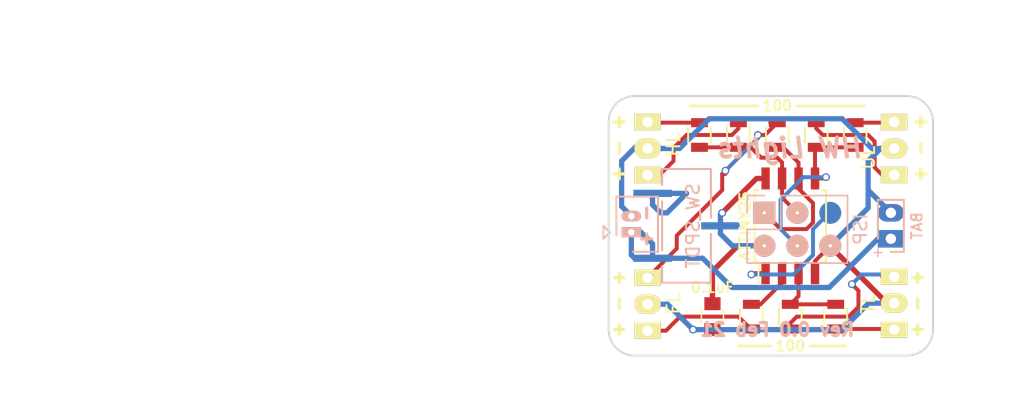
<source format=kicad_pcb>
(kicad_pcb (version 4) (host pcbnew 4.0.2+dfsg1-stable)

  (general
    (links 33)
    (no_connects 0)
    (area 143.924999 85.924999 169.075001 106.075001)
    (thickness 1.6)
    (drawings 22)
    (tracks 148)
    (zones 0)
    (modules 18)
    (nets 19)
  )

  (page A)
  (title_block
    (title "Beetje 32U4 Blok")
    (date 2018-08-10)
    (rev 0.0)
    (company www.MakersBox.us)
    (comment 1 648.ken@gmail.com)
  )

  (layers
    (0 F.Cu signal)
    (31 B.Cu signal)
    (32 B.Adhes user)
    (33 F.Adhes user)
    (34 B.Paste user)
    (35 F.Paste user)
    (36 B.SilkS user)
    (37 F.SilkS user)
    (38 B.Mask user)
    (39 F.Mask user)
    (40 Dwgs.User user)
    (41 Cmts.User user)
    (42 Eco1.User user)
    (43 Eco2.User user)
    (44 Edge.Cuts user)
    (45 Margin user)
    (46 B.CrtYd user)
    (47 F.CrtYd user)
    (48 B.Fab user)
    (49 F.Fab user hide)
  )

  (setup
    (last_trace_width 0.3048)
    (user_trace_width 0.254)
    (user_trace_width 0.3048)
    (user_trace_width 0.4064)
    (user_trace_width 0.6096)
    (trace_clearance 0.2)
    (zone_clearance 0.508)
    (zone_45_only no)
    (trace_min 0.2)
    (segment_width 0.2)
    (edge_width 0.15)
    (via_size 0.6)
    (via_drill 0.4)
    (via_min_size 0.4)
    (via_min_drill 0.3)
    (uvia_size 0.3)
    (uvia_drill 0.1)
    (uvias_allowed no)
    (uvia_min_size 0.2)
    (uvia_min_drill 0.1)
    (pcb_text_width 0.3)
    (pcb_text_size 1.5 1.5)
    (mod_edge_width 0.15)
    (mod_text_size 1 1)
    (mod_text_width 0.15)
    (pad_size 2 1.35)
    (pad_drill 0.8)
    (pad_to_mask_clearance 0)
    (aux_axis_origin 0 0)
    (visible_elements 7FFFFFFF)
    (pcbplotparams
      (layerselection 0x00030_80000001)
      (usegerberextensions false)
      (excludeedgelayer true)
      (linewidth 0.100000)
      (plotframeref false)
      (viasonmask false)
      (mode 1)
      (useauxorigin false)
      (hpglpennumber 1)
      (hpglpenspeed 20)
      (hpglpendiameter 15)
      (hpglpenoverlay 2)
      (psnegative false)
      (psa4output false)
      (plotreference true)
      (plotvalue true)
      (plotinvisibletext false)
      (padsonsilk false)
      (subtractmaskfromsilk false)
      (outputformat 1)
      (mirror false)
      (drillshape 1)
      (scaleselection 1)
      (outputdirectory ""))
  )

  (net 0 "")
  (net 1 GND)
  (net 2 "Net-(J6-Pad1)")
  (net 3 "Net-(J8-Pad1)")
  (net 4 "Net-(SW1-Pad3)")
  (net 5 VCC)
  (net 6 /RESET)
  (net 7 /D1)
  (net 8 /D2)
  (net 9 /D0)
  (net 10 /D3)
  (net 11 /D4)
  (net 12 "Net-(J2-Pad1)")
  (net 13 "Net-(J4-Pad1)")
  (net 14 "Net-(J2-Pad3)")
  (net 15 "Net-(J4-Pad3)")
  (net 16 "Net-(J6-Pad3)")
  (net 17 "Net-(J8-Pad3)")
  (net 18 "Net-(J1-Pad1)")

  (net_class Default "This is the default net class."
    (clearance 0.2)
    (trace_width 0.25)
    (via_dia 0.6)
    (via_drill 0.4)
    (uvia_dia 0.3)
    (uvia_drill 0.1)
    (add_net /D0)
    (add_net /D1)
    (add_net /D2)
    (add_net /D3)
    (add_net /D4)
    (add_net /RESET)
    (add_net GND)
    (add_net "Net-(J1-Pad1)")
    (add_net "Net-(J2-Pad1)")
    (add_net "Net-(J2-Pad3)")
    (add_net "Net-(J4-Pad1)")
    (add_net "Net-(J4-Pad3)")
    (add_net "Net-(J6-Pad1)")
    (add_net "Net-(J6-Pad3)")
    (add_net "Net-(J8-Pad1)")
    (add_net "Net-(J8-Pad3)")
    (add_net "Net-(SW1-Pad3)")
    (add_net VCC)
  )

  (module Pin_Header_Straight_2x03_Pitch2.54mm (layer B.Cu) (tedit 60347513) (tstamp 603338EE)
    (at 156 95 270)
    (descr "Through hole straight pin header, 2x03, 2.54mm pitch, double rows")
    (tags "Through hole pin header THT 2x03 2.54mm double row")
    (path /5ED19E25)
    (fp_text reference CON1 (at 1.27 2.33 270) (layer B.SilkS) hide
      (effects (font (size 1 1) (thickness 0.15)) (justify mirror))
    )
    (fp_text value ISP (at 1.27 -7.41 270) (layer B.SilkS)
      (effects (font (size 1 1) (thickness 0.15)) (justify mirror))
    )
    (fp_line (start 0 1.27) (end 3.81 1.27) (layer B.Fab) (width 0.1))
    (fp_line (start 3.81 1.27) (end 3.81 -6.35) (layer B.Fab) (width 0.1))
    (fp_line (start 3.81 -6.35) (end -1.27 -6.35) (layer B.Fab) (width 0.1))
    (fp_line (start -1.27 -6.35) (end -1.27 0) (layer B.Fab) (width 0.1))
    (fp_line (start -1.27 0) (end 0 1.27) (layer B.Fab) (width 0.1))
    (fp_line (start -1.33 -6.41) (end 3.87 -6.41) (layer B.SilkS) (width 0.12))
    (fp_line (start -1.33 -1.27) (end -1.33 -6.41) (layer B.SilkS) (width 0.12))
    (fp_line (start 3.87 1.33) (end 3.87 -6.41) (layer B.SilkS) (width 0.12))
    (fp_line (start -1.33 -1.27) (end 1.27 -1.27) (layer B.SilkS) (width 0.12))
    (fp_line (start 1.27 -1.27) (end 1.27 1.33) (layer B.SilkS) (width 0.12))
    (fp_line (start 1.27 1.33) (end 3.87 1.33) (layer B.SilkS) (width 0.12))
    (fp_line (start -1.33 0) (end -1.33 1.33) (layer B.SilkS) (width 0.12))
    (fp_line (start -1.33 1.33) (end 0 1.33) (layer B.SilkS) (width 0.12))
    (fp_line (start -1.8 1.8) (end -1.8 -6.85) (layer B.CrtYd) (width 0.05))
    (fp_line (start -1.8 -6.85) (end 4.35 -6.85) (layer B.CrtYd) (width 0.05))
    (fp_line (start 4.35 -6.85) (end 4.35 1.8) (layer B.CrtYd) (width 0.05))
    (fp_line (start 4.35 1.8) (end -1.8 1.8) (layer B.CrtYd) (width 0.05))
    (fp_text user %R (at 1.27 -2.54 540) (layer B.Fab)
      (effects (font (size 1 1) (thickness 0.15)) (justify mirror))
    )
    (pad 1 thru_hole rect (at 0 0 270) (size 1.7 1.7) (drill 0.25) (layers *.Cu *.Mask B.SilkS)
      (net 7 /D1))
    (pad 2 thru_hole oval (at 2.54 0 270) (size 1.7 1.7) (drill 0.25) (layers *.Cu *.Mask B.SilkS)
      (net 5 VCC))
    (pad 3 thru_hole oval (at 0 -2.54 270) (size 1.7 1.7) (drill 0.25) (layers *.Cu *.Mask B.SilkS)
      (net 8 /D2))
    (pad 4 thru_hole oval (at 2.54 -2.54 270) (size 1.7 1.7) (drill 0.25) (layers *.Cu *.Mask B.SilkS)
      (net 9 /D0))
    (pad 5 smd oval (at 0 -5.08 270) (size 1.7 1.7) (layers B.Cu B.Paste B.Mask)
      (net 6 /RESET))
    (pad 6 thru_hole oval (at 2.54 -5.08 270) (size 1.7 1.7) (drill 0.25) (layers *.Cu *.Mask B.SilkS)
      (net 1 GND))
  )

  (module footprints:C_0805 (layer F.Cu) (tedit 60346E55) (tstamp 603338D2)
    (at 152 103 270)
    (descr "Capacitor SMD 0805, reflow soldering, AVX (see smccp.pdf)")
    (tags "capacitor 0805")
    (path /5B77416F)
    (attr smd)
    (fp_text reference C1 (at 1.25 1.5 270) (layer F.SilkS) hide
      (effects (font (size 1 1) (thickness 0.15)))
    )
    (fp_text value 0.1uF (at -2.25 0 360) (layer F.SilkS)
      (effects (font (size 0.8 0.8) (thickness 0.15)))
    )
    (fp_text user %R (at 0 -1.5 270) (layer F.Fab)
      (effects (font (size 1 1) (thickness 0.15)))
    )
    (fp_line (start -1 0.62) (end -1 -0.62) (layer F.Fab) (width 0.1))
    (fp_line (start 1 0.62) (end -1 0.62) (layer F.Fab) (width 0.1))
    (fp_line (start 1 -0.62) (end 1 0.62) (layer F.Fab) (width 0.1))
    (fp_line (start -1 -0.62) (end 1 -0.62) (layer F.Fab) (width 0.1))
    (fp_line (start 0.5 -0.85) (end -0.5 -0.85) (layer F.SilkS) (width 0.12))
    (fp_line (start -0.5 0.85) (end 0.5 0.85) (layer F.SilkS) (width 0.12))
    (fp_line (start -1.75 -0.88) (end 1.75 -0.88) (layer F.CrtYd) (width 0.05))
    (fp_line (start -1.75 -0.88) (end -1.75 0.87) (layer F.CrtYd) (width 0.05))
    (fp_line (start 1.75 0.87) (end 1.75 -0.88) (layer F.CrtYd) (width 0.05))
    (fp_line (start 1.75 0.87) (end -1.75 0.87) (layer F.CrtYd) (width 0.05))
    (pad 1 smd rect (at -1 0 270) (size 1 1.25) (layers F.Cu F.Paste F.Mask)
      (net 5 VCC))
    (pad 2 smd rect (at 1 0 270) (size 1 1.25) (layers F.Cu F.Paste F.Mask)
      (net 1 GND))
    (model Capacitors_SMD.3dshapes/C_0805.wrl
      (at (xyz 0 0 0))
      (scale (xyz 1 1 1))
      (rotate (xyz 0 0 0))
    )
  )

  (module Housings_SOIC:SOIJ-8_5.3x5.3mm_Pitch1.27mm (layer F.Cu) (tedit 60347634) (tstamp 60333905)
    (at 158 96 90)
    (descr "8-Lead Plastic Small Outline (SM) - Medium, 5.28 mm Body [SOIC] (see Microchip Packaging Specification 00000049BS.pdf)")
    (tags "SOIC 1.27")
    (path /60332EE4)
    (attr smd)
    (fp_text reference IC1 (at 0 -3.68 90) (layer F.SilkS) hide
      (effects (font (size 1 1) (thickness 0.15)))
    )
    (fp_text value ATTINY25 (at 0 -3.5 90) (layer F.SilkS)
      (effects (font (size 0.8 0.8) (thickness 0.15)))
    )
    (fp_line (start -4.75 -2.95) (end -4.75 2.95) (layer F.CrtYd) (width 0.05))
    (fp_line (start 4.75 -2.95) (end 4.75 2.95) (layer F.CrtYd) (width 0.05))
    (fp_line (start -4.75 -2.95) (end 4.75 -2.95) (layer F.CrtYd) (width 0.05))
    (fp_line (start -4.75 2.95) (end 4.75 2.95) (layer F.CrtYd) (width 0.05))
    (fp_line (start -2.75 -2.755) (end -2.75 -2.455) (layer F.SilkS) (width 0.15))
    (fp_line (start 2.75 -2.755) (end 2.75 -2.455) (layer F.SilkS) (width 0.15))
    (fp_line (start 2.75 2.755) (end 2.75 2.455) (layer F.SilkS) (width 0.15))
    (fp_line (start -2.75 2.755) (end -2.75 2.455) (layer F.SilkS) (width 0.15))
    (fp_line (start -2.75 -2.755) (end 2.75 -2.755) (layer F.SilkS) (width 0.15))
    (fp_line (start -2.75 2.755) (end 2.75 2.755) (layer F.SilkS) (width 0.15))
    (fp_line (start -2.75 -2.455) (end -4.5 -2.455) (layer F.SilkS) (width 0.15))
    (pad 1 smd rect (at -3.65 -1.905 90) (size 1.7 0.65) (layers F.Cu F.Paste F.Mask)
      (net 6 /RESET))
    (pad 2 smd rect (at -3.65 -0.635 90) (size 1.7 0.65) (layers F.Cu F.Paste F.Mask)
      (net 10 /D3))
    (pad 3 smd rect (at -3.65 0.635 90) (size 1.7 0.65) (layers F.Cu F.Paste F.Mask)
      (net 11 /D4))
    (pad 4 smd rect (at -3.65 1.905 90) (size 1.7 0.65) (layers F.Cu F.Paste F.Mask)
      (net 1 GND))
    (pad 5 smd rect (at 3.65 1.905 90) (size 1.7 0.65) (layers F.Cu F.Paste F.Mask)
      (net 9 /D0))
    (pad 6 smd rect (at 3.65 0.635 90) (size 1.7 0.65) (layers F.Cu F.Paste F.Mask)
      (net 7 /D1))
    (pad 7 smd rect (at 3.65 -0.635 90) (size 1.7 0.65) (layers F.Cu F.Paste F.Mask)
      (net 8 /D2))
    (pad 8 smd rect (at 3.65 -1.905 90) (size 1.7 0.65) (layers F.Cu F.Paste F.Mask)
      (net 5 VCC))
    (model Housings_SOIC.3dshapes/SOIJ-8_5.3x5.3mm_Pitch1.27mm.wrl
      (at (xyz 0 0 0))
      (scale (xyz 1 1 1))
      (rotate (xyz 0 0 0))
    )
  )

  (module Connectors_Molex:Connector_Molex_PicoBlade_53047-0210 (layer B.Cu) (tedit 60347597) (tstamp 6033516F)
    (at 145.75 96.5 90)
    (descr "Molex PicoBlade 1.25mm shrouded header. Vertical. 2 ways")
    (path /5B7F07B5)
    (fp_text reference J1 (at 1 -3.25 90) (layer B.SilkS) hide
      (effects (font (size 1 1) (thickness 0.15)) (justify mirror))
    )
    (fp_text value CHG (at 0.625 3.25 90) (layer B.Fab)
      (effects (font (size 1 1) (thickness 0.15)) (justify mirror))
    )
    (fp_line (start -1.5 0.12) (end -1.5 2.05) (layer B.SilkS) (width 0.15))
    (fp_line (start -1.5 2.05) (end 2.75 2.05) (layer B.SilkS) (width 0.15))
    (fp_line (start 2.75 2.05) (end 2.75 -1.15) (layer B.SilkS) (width 0.15))
    (fp_line (start 2.75 -1.15) (end -0.23 -1.15) (layer B.SilkS) (width 0.15))
    (fp_line (start 0 -1.65) (end 0.5 -2.15) (layer B.SilkS) (width 0.15))
    (fp_line (start 0.5 -2.15) (end -0.5 -2.15) (layer B.SilkS) (width 0.15))
    (fp_line (start -0.5 -2.15) (end 0 -1.65) (layer B.SilkS) (width 0.15))
    (fp_line (start -0.23 -1.15) (end -1.5 0.12) (layer B.Fab) (width 0.2))
    (fp_line (start -1.5 0.12) (end -1.5 2.05) (layer B.Fab) (width 0.2))
    (fp_line (start -1.5 2.05) (end 2.75 2.05) (layer B.Fab) (width 0.2))
    (fp_line (start 2.75 2.05) (end 2.75 -1.15) (layer B.Fab) (width 0.2))
    (fp_line (start 2.75 -1.15) (end -0.23 -1.15) (layer B.Fab) (width 0.2))
    (pad 1 thru_hole rect (at 0 0 90) (size 0.8 1.5) (drill 0.5) (layers *.Cu *.Mask B.SilkS)
      (net 18 "Net-(J1-Pad1)"))
    (pad 2 thru_hole oval (at 1.25 0 90) (size 0.8 1.5) (drill 0.5) (layers *.Cu *.Mask B.SilkS)
      (net 1 GND))
    (model Connectors_Molex.3dshapes/Connector_Molex_PicoBlade_53047-0210.wrl
      (at (xyz 0.024606 0 0))
      (scale (xyz 1 1 1))
      (rotate (xyz 0 0 180))
    )
  )

  (module footprints:JS102011SCQN (layer B.Cu) (tedit 603477C9) (tstamp 60333A88)
    (at 150 96)
    (path /5B9534D5)
    (fp_text reference SW1 (at 0 0) (layer B.SilkS) hide
      (effects (font (size 1 1) (thickness 0.15)) (justify mirror))
    )
    (fp_text value SW_SPDT (at 0.5 0 90) (layer B.SilkS)
      (effects (font (size 1 1) (thickness 0.15)) (justify mirror))
    )
    (fp_text user "Copyright 2016 Accelerated Designs. All rights reserved." (at 0 0) (layer Cmts.User)
      (effects (font (size 0.127 0.127) (thickness 0.002)))
    )
    (fp_text user * (at -2.8702 4.2018) (layer B.SilkS)
      (effects (font (size 1 1) (thickness 0.15)) (justify mirror))
    )
    (fp_text user * (at -1.3716 2.6778) (layer B.Fab)
      (effects (font (size 1 1) (thickness 0.15)) (justify mirror))
    )
    (fp_text user 0.098in/2.5mm (at -21 4) (layer Dwgs.User)
      (effects (font (size 1 1) (thickness 0.15)))
    )
    (fp_text user 0.022in/0.559mm (at -19 -6) (layer Dwgs.User)
      (effects (font (size 1 1) (thickness 0.15)))
    )
    (fp_text user 0.206in/5.232mm (at -19 7) (layer Dwgs.User)
      (effects (font (size 1 1) (thickness 0.15)))
    )
    (fp_text user 0.117in/2.972mm (at -21 -1) (layer Dwgs.User)
      (effects (font (size 1 1) (thickness 0.15)))
    )
    (fp_text user * (at -1.3716 2.6778) (layer B.Fab)
      (effects (font (size 1 1) (thickness 0.15)) (justify mirror))
    )
    (fp_text user * (at -2.8702 4.2018) (layer B.SilkS)
      (effects (font (size 1 1) (thickness 0.15)) (justify mirror))
    )
    (fp_line (start -1.7526 2.246) (end -1.7526 2.754) (layer B.Fab) (width 0.1524))
    (fp_line (start -1.7526 2.754) (end -3.7465 2.754) (layer B.Fab) (width 0.1524))
    (fp_line (start -3.7465 2.754) (end -3.7465 2.246) (layer B.Fab) (width 0.1524))
    (fp_line (start -3.7465 2.246) (end -1.7526 2.246) (layer B.Fab) (width 0.1524))
    (fp_line (start -1.7526 -2.754) (end -1.7526 -2.246) (layer B.Fab) (width 0.1524))
    (fp_line (start -1.7526 -2.246) (end -3.7465 -2.246) (layer B.Fab) (width 0.1524))
    (fp_line (start -3.7465 -2.246) (end -3.7465 -2.754) (layer B.Fab) (width 0.1524))
    (fp_line (start -3.7465 -2.754) (end -1.7526 -2.754) (layer B.Fab) (width 0.1524))
    (fp_line (start 1.7526 0.254) (end 1.7526 -0.254) (layer B.Fab) (width 0.1524))
    (fp_line (start 1.7526 -0.254) (end 3.7465 -0.254) (layer B.Fab) (width 0.1524))
    (fp_line (start 3.7465 -0.254) (end 3.7465 0.254) (layer B.Fab) (width 0.1524))
    (fp_line (start 3.7465 0.254) (end 1.7526 0.254) (layer B.Fab) (width 0.1524))
    (fp_line (start -0.8001 -0.8001) (end -0.8001 0.8001) (layer B.Fab) (width 0.1524))
    (fp_line (start -0.8001 0.8001) (end 0.8001 0.8001) (layer B.Fab) (width 0.1524))
    (fp_line (start 0.8001 0.8001) (end 0.8001 -0.8001) (layer B.Fab) (width 0.1524))
    (fp_line (start 0.8001 -0.8001) (end -0.8001 -0.8001) (layer B.Fab) (width 0.1524))
    (fp_line (start -1.8796 -4.3815) (end 1.8796 -4.3815) (layer B.SilkS) (width 0.1524))
    (fp_line (start 1.8796 -4.3815) (end 1.8796 -0.61214) (layer B.SilkS) (width 0.1524))
    (fp_line (start 1.8796 4.3815) (end -1.8796 4.3815) (layer B.SilkS) (width 0.1524))
    (fp_line (start -1.8796 4.3815) (end -1.8796 3.11214) (layer B.SilkS) (width 0.1524))
    (fp_line (start -1.7526 -4.2545) (end 1.7526 -4.2545) (layer B.Fab) (width 0.1524))
    (fp_line (start 1.7526 -4.2545) (end 1.7526 4.2545) (layer B.Fab) (width 0.1524))
    (fp_line (start 1.7526 4.2545) (end -1.7526 4.2545) (layer B.Fab) (width 0.1524))
    (fp_line (start -1.7526 4.2545) (end -1.7526 -4.2545) (layer B.Fab) (width 0.1524))
    (fp_line (start -1.8796 1.88786) (end -1.8796 -1.88786) (layer B.SilkS) (width 0.1524))
    (fp_line (start -1.8796 -3.11214) (end -1.8796 -4.3815) (layer B.SilkS) (width 0.1524))
    (fp_line (start 1.8796 0.61214) (end 1.8796 4.3815) (layer B.SilkS) (width 0.1524))
    (fp_line (start -2.0066 -4.5085) (end -2.0066 -3.008) (layer B.CrtYd) (width 0.1524))
    (fp_line (start -2.0066 -3.008) (end -4.2545 -3.008) (layer B.CrtYd) (width 0.1524))
    (fp_line (start -4.2545 -3.008) (end -4.2545 3.008) (layer B.CrtYd) (width 0.1524))
    (fp_line (start -4.2545 3.008) (end -2.0066 3.008) (layer B.CrtYd) (width 0.1524))
    (fp_line (start -2.0066 3.008) (end -2.0066 4.5085) (layer B.CrtYd) (width 0.1524))
    (fp_line (start -2.0066 4.5085) (end 2.0066 4.5085) (layer B.CrtYd) (width 0.1524))
    (fp_line (start 2.0066 4.5085) (end 2.0066 3.008) (layer B.CrtYd) (width 0.1524))
    (fp_line (start 2.0066 3.008) (end 4.2545 3.008) (layer B.CrtYd) (width 0.1524))
    (fp_line (start 4.2545 3.008) (end 4.2545 -3.008) (layer B.CrtYd) (width 0.1524))
    (fp_line (start 4.2545 -3.008) (end 2.0066 -3.008) (layer B.CrtYd) (width 0.1524))
    (fp_line (start 2.0066 -3.008) (end 2.0066 -4.5085) (layer B.CrtYd) (width 0.1524))
    (fp_line (start 2.0066 -4.5085) (end -2.0066 -4.5085) (layer B.CrtYd) (width 0.1524))
    (fp_arc (start 0 4.2545) (end 0.3048 4.2545) (angle -180) (layer B.Fab) (width 0.1524))
    (pad 1 smd rect (at -2.6162 2.5) (size 2.9718 0.5588) (layers B.Cu B.Paste B.Mask)
      (net 18 "Net-(J1-Pad1)"))
    (pad 3 smd rect (at -2.6162 -2.5) (size 2.9718 0.5588) (layers B.Cu B.Paste B.Mask)
      (net 4 "Net-(SW1-Pad3)"))
    (pad 2 smd rect (at 2.6162 0) (size 2.9718 0.5588) (layers B.Cu B.Paste B.Mask)
      (net 5 VCC))
  )

  (module footprints:Pin_Header_THD_1x03 (layer F.Cu) (tedit 603474E7) (tstamp 6034B440)
    (at 166 104 180)
    (descr "Through hole pin header")
    (tags "pin header")
    (path /6034517D)
    (fp_text reference J4 (at 0 -1 180) (layer F.Fab)
      (effects (font (size 1 1) (thickness 0.15)))
    )
    (fp_text value TL (at 2 2 270) (layer F.SilkS)
      (effects (font (size 1 1) (thickness 0.15)))
    )
    (fp_line (start -1.75 -1.75) (end -1.75 6.85) (layer F.CrtYd) (width 0.05))
    (fp_line (start 1.75 -1.75) (end 1.75 6.85) (layer F.CrtYd) (width 0.05))
    (fp_line (start -1.75 -1.75) (end 1.75 -1.75) (layer F.CrtYd) (width 0.05))
    (fp_line (start -1.75 6.85) (end 1.75 6.85) (layer F.CrtYd) (width 0.05))
    (pad 1 thru_hole rect (at 0 0 180) (size 2.032 1.25) (drill 0.8) (layers *.Cu *.Mask F.SilkS)
      (net 13 "Net-(J4-Pad1)"))
    (pad 2 thru_hole oval (at 0 2.04 180) (size 2.032 1.5) (drill 0.8) (layers *.Cu *.Mask F.SilkS)
      (net 1 GND))
    (pad 3 thru_hole rect (at 0 4.08 180) (size 2.032 1.25) (drill 0.8) (layers *.Cu *.Mask F.SilkS)
      (net 15 "Net-(J4-Pad3)"))
    (model Pin_Headers.3dshapes/Pin_Header_Straight_1x03.wrl
      (at (xyz 0 -0.1 0))
      (scale (xyz 1 1 1))
      (rotate (xyz 0 0 90))
    )
  )

  (module footprints:Pin_Header_THD_1x03 (layer F.Cu) (tedit 603474DA) (tstamp 6034B435)
    (at 147 88)
    (descr "Through hole pin header")
    (tags "pin header")
    (path /6034473D)
    (fp_text reference J2 (at 0 -1) (layer F.Fab)
      (effects (font (size 1 1) (thickness 0.15)))
    )
    (fp_text value HL (at 2 1.75 270) (layer F.SilkS)
      (effects (font (size 1 1) (thickness 0.15)))
    )
    (fp_line (start -1.75 -1.75) (end -1.75 6.85) (layer F.CrtYd) (width 0.05))
    (fp_line (start 1.75 -1.75) (end 1.75 6.85) (layer F.CrtYd) (width 0.05))
    (fp_line (start -1.75 -1.75) (end 1.75 -1.75) (layer F.CrtYd) (width 0.05))
    (fp_line (start -1.75 6.85) (end 1.75 6.85) (layer F.CrtYd) (width 0.05))
    (pad 1 thru_hole rect (at 0 0) (size 2.032 1.25) (drill 0.8) (layers *.Cu *.Mask F.SilkS)
      (net 12 "Net-(J2-Pad1)"))
    (pad 2 thru_hole oval (at 0 2.04) (size 2.032 1.5) (drill 0.8) (layers *.Cu *.Mask F.SilkS)
      (net 1 GND))
    (pad 3 thru_hole rect (at 0 4.08) (size 2.032 1.25) (drill 0.8) (layers *.Cu *.Mask F.SilkS)
      (net 14 "Net-(J2-Pad3)"))
    (model Pin_Headers.3dshapes/Pin_Header_Straight_1x03.wrl
      (at (xyz 0 -0.1 0))
      (scale (xyz 1 1 1))
      (rotate (xyz 0 0 90))
    )
  )

  (module footprints:Pin_Header_THD_1x03 (layer F.Cu) (tedit 603474D3) (tstamp 6034B549)
    (at 147 100)
    (descr "Through hole pin header")
    (tags "pin header")
    (path /60345696)
    (fp_text reference J8 (at 0 -1) (layer F.Fab)
      (effects (font (size 1 1) (thickness 0.15)))
    )
    (fp_text value FL (at 2 2 90) (layer F.SilkS)
      (effects (font (size 1 1) (thickness 0.15)))
    )
    (fp_line (start -1.75 -1.75) (end -1.75 6.85) (layer F.CrtYd) (width 0.05))
    (fp_line (start 1.75 -1.75) (end 1.75 6.85) (layer F.CrtYd) (width 0.05))
    (fp_line (start -1.75 -1.75) (end 1.75 -1.75) (layer F.CrtYd) (width 0.05))
    (fp_line (start -1.75 6.85) (end 1.75 6.85) (layer F.CrtYd) (width 0.05))
    (pad 1 thru_hole rect (at 0 0) (size 2.032 1.25) (drill 0.8) (layers *.Cu *.Mask F.SilkS)
      (net 3 "Net-(J8-Pad1)"))
    (pad 2 thru_hole oval (at 0 2.04) (size 2.032 1.5) (drill 0.8) (layers *.Cu *.Mask F.SilkS)
      (net 1 GND))
    (pad 3 thru_hole rect (at 0 4.08) (size 2.032 1.25) (drill 0.8) (layers *.Cu *.Mask F.SilkS)
      (net 17 "Net-(J8-Pad3)"))
    (model Pin_Headers.3dshapes/Pin_Header_Straight_1x03.wrl
      (at (xyz 0 -0.1 0))
      (scale (xyz 1 1 1))
      (rotate (xyz 0 0 90))
    )
  )

  (module footprints:Pin_Header_THD_1x03 (layer F.Cu) (tedit 603474E3) (tstamp 6034B44B)
    (at 166 88)
    (descr "Through hole pin header")
    (tags "pin header")
    (path /603453CB)
    (fp_text reference J6 (at 0 -1) (layer F.Fab)
      (effects (font (size 1 1) (thickness 0.15)))
    )
    (fp_text value UL (at -2 2.75 90) (layer F.SilkS)
      (effects (font (size 1 1) (thickness 0.15)))
    )
    (fp_line (start -1.75 -1.75) (end -1.75 6.85) (layer F.CrtYd) (width 0.05))
    (fp_line (start 1.75 -1.75) (end 1.75 6.85) (layer F.CrtYd) (width 0.05))
    (fp_line (start -1.75 -1.75) (end 1.75 -1.75) (layer F.CrtYd) (width 0.05))
    (fp_line (start -1.75 6.85) (end 1.75 6.85) (layer F.CrtYd) (width 0.05))
    (pad 1 thru_hole rect (at 0 0) (size 2.032 1.25) (drill 0.8) (layers *.Cu *.Mask F.SilkS)
      (net 2 "Net-(J6-Pad1)"))
    (pad 2 thru_hole oval (at 0 2.04) (size 2.032 1.5) (drill 0.8) (layers *.Cu *.Mask F.SilkS)
      (net 1 GND))
    (pad 3 thru_hole rect (at 0 4.08) (size 2.032 1.25) (drill 0.8) (layers *.Cu *.Mask F.SilkS)
      (net 16 "Net-(J6-Pad3)"))
    (model Pin_Headers.3dshapes/Pin_Header_Straight_1x03.wrl
      (at (xyz 0 -0.1 0))
      (scale (xyz 1 1 1))
      (rotate (xyz 0 0 90))
    )
  )

  (module footprints:R_0805 (layer F.Cu) (tedit 60346D10) (tstamp 603339F9)
    (at 154 89 90)
    (descr "Resistor SMD 0805, reflow soldering, Vishay (see dcrcw.pdf)")
    (tags "resistor 0805")
    (path /5EA726D2)
    (attr smd)
    (fp_text reference R2 (at 0 -2.1 90) (layer F.Fab)
      (effects (font (size 1 1) (thickness 0.15)))
    )
    (fp_text value 100 (at 2.25 3 180) (layer F.SilkS)
      (effects (font (size 0.8 0.8) (thickness 0.15)))
    )
    (fp_line (start -1.6 -1) (end 1.6 -1) (layer F.CrtYd) (width 0.05))
    (fp_line (start -1.6 1) (end 1.6 1) (layer F.CrtYd) (width 0.05))
    (fp_line (start -1.6 -1) (end -1.6 1) (layer F.CrtYd) (width 0.05))
    (fp_line (start 1.6 -1) (end 1.6 1) (layer F.CrtYd) (width 0.05))
    (fp_line (start 0.6 0.875) (end -0.6 0.875) (layer F.SilkS) (width 0.15))
    (fp_line (start -0.6 -0.875) (end 0.6 -0.875) (layer F.SilkS) (width 0.15))
    (pad 1 smd rect (at -0.95 0 90) (size 0.7 1.3) (layers F.Cu F.Paste F.Mask)
      (net 8 /D2))
    (pad 2 smd rect (at 0.95 0 90) (size 0.7 1.3) (layers F.Cu F.Paste F.Mask)
      (net 14 "Net-(J2-Pad3)"))
    (model Resistors_SMD.3dshapes/R_0805.wrl
      (at (xyz 0 0 0))
      (scale (xyz 1 1 1))
      (rotate (xyz 0 0 0))
    )
  )

  (module footprints:R_0805 (layer F.Cu) (tedit 60346CEE) (tstamp 60333A0A)
    (at 161.5 103 270)
    (descr "Resistor SMD 0805, reflow soldering, Vishay (see dcrcw.pdf)")
    (tags "resistor 0805")
    (path /5EA72763)
    (attr smd)
    (fp_text reference R3 (at 0 -2.1 270) (layer F.Fab)
      (effects (font (size 1 1) (thickness 0.15)))
    )
    (fp_text value 100 (at 0 2.1 270) (layer F.SilkS) hide
      (effects (font (size 0.8 0.8) (thickness 0.15)))
    )
    (fp_line (start -1.6 -1) (end 1.6 -1) (layer F.CrtYd) (width 0.05))
    (fp_line (start -1.6 1) (end 1.6 1) (layer F.CrtYd) (width 0.05))
    (fp_line (start -1.6 -1) (end -1.6 1) (layer F.CrtYd) (width 0.05))
    (fp_line (start 1.6 -1) (end 1.6 1) (layer F.CrtYd) (width 0.05))
    (fp_line (start 0.6 0.875) (end -0.6 0.875) (layer F.SilkS) (width 0.15))
    (fp_line (start -0.6 -0.875) (end 0.6 -0.875) (layer F.SilkS) (width 0.15))
    (pad 1 smd rect (at -0.95 0 270) (size 0.7 1.3) (layers F.Cu F.Paste F.Mask)
      (net 11 /D4))
    (pad 2 smd rect (at 0.95 0 270) (size 0.7 1.3) (layers F.Cu F.Paste F.Mask)
      (net 13 "Net-(J4-Pad1)"))
    (model Resistors_SMD.3dshapes/R_0805.wrl
      (at (xyz 0 0 0))
      (scale (xyz 1 1 1))
      (rotate (xyz 0 0 0))
    )
  )

  (module footprints:R_0805 (layer F.Cu) (tedit 60346CE8) (tstamp 60333A1B)
    (at 158 103 270)
    (descr "Resistor SMD 0805, reflow soldering, Vishay (see dcrcw.pdf)")
    (tags "resistor 0805")
    (path /5EA727AD)
    (attr smd)
    (fp_text reference R4 (at 0 -2.1 270) (layer F.Fab)
      (effects (font (size 1 1) (thickness 0.15)))
    )
    (fp_text value 100 (at 2.25 0 360) (layer F.SilkS)
      (effects (font (size 0.8 0.8) (thickness 0.15)))
    )
    (fp_line (start -1.6 -1) (end 1.6 -1) (layer F.CrtYd) (width 0.05))
    (fp_line (start -1.6 1) (end 1.6 1) (layer F.CrtYd) (width 0.05))
    (fp_line (start -1.6 -1) (end -1.6 1) (layer F.CrtYd) (width 0.05))
    (fp_line (start 1.6 -1) (end 1.6 1) (layer F.CrtYd) (width 0.05))
    (fp_line (start 0.6 0.875) (end -0.6 0.875) (layer F.SilkS) (width 0.15))
    (fp_line (start -0.6 -0.875) (end 0.6 -0.875) (layer F.SilkS) (width 0.15))
    (pad 1 smd rect (at -0.95 0 270) (size 0.7 1.3) (layers F.Cu F.Paste F.Mask)
      (net 11 /D4))
    (pad 2 smd rect (at 0.95 0 270) (size 0.7 1.3) (layers F.Cu F.Paste F.Mask)
      (net 15 "Net-(J4-Pad3)"))
    (model Resistors_SMD.3dshapes/R_0805.wrl
      (at (xyz 0 0 0))
      (scale (xyz 1 1 1))
      (rotate (xyz 0 0 0))
    )
  )

  (module footprints:R_0805 (layer F.Cu) (tedit 60346DAF) (tstamp 60333A2C)
    (at 163 89 90)
    (descr "Resistor SMD 0805, reflow soldering, Vishay (see dcrcw.pdf)")
    (tags "resistor 0805")
    (path /6033C136)
    (attr smd)
    (fp_text reference R5 (at 0 -2.1 90) (layer F.Fab)
      (effects (font (size 1 1) (thickness 0.15)))
    )
    (fp_text value 100 (at 0 2.1 90) (layer F.SilkS) hide
      (effects (font (size 0.8 0.8) (thickness 0.15)))
    )
    (fp_line (start -1.6 -1) (end 1.6 -1) (layer F.CrtYd) (width 0.05))
    (fp_line (start -1.6 1) (end 1.6 1) (layer F.CrtYd) (width 0.05))
    (fp_line (start -1.6 -1) (end -1.6 1) (layer F.CrtYd) (width 0.05))
    (fp_line (start 1.6 -1) (end 1.6 1) (layer F.CrtYd) (width 0.05))
    (fp_line (start 0.6 0.875) (end -0.6 0.875) (layer F.SilkS) (width 0.15))
    (fp_line (start -0.6 -0.875) (end 0.6 -0.875) (layer F.SilkS) (width 0.15))
    (pad 1 smd rect (at -0.95 0 90) (size 0.7 1.3) (layers F.Cu F.Paste F.Mask)
      (net 9 /D0))
    (pad 2 smd rect (at 0.95 0 90) (size 0.7 1.3) (layers F.Cu F.Paste F.Mask)
      (net 2 "Net-(J6-Pad1)"))
    (model Resistors_SMD.3dshapes/R_0805.wrl
      (at (xyz 0 0 0))
      (scale (xyz 1 1 1))
      (rotate (xyz 0 0 0))
    )
  )

  (module footprints:R_0805 (layer F.Cu) (tedit 60346D1C) (tstamp 60333A3D)
    (at 160 89 90)
    (descr "Resistor SMD 0805, reflow soldering, Vishay (see dcrcw.pdf)")
    (tags "resistor 0805")
    (path /6033C13C)
    (attr smd)
    (fp_text reference R6 (at 0 -2.1 90) (layer F.Fab)
      (effects (font (size 1 1) (thickness 0.15)))
    )
    (fp_text value 100 (at 0 2.1 90) (layer F.SilkS) hide
      (effects (font (size 0.8 0.8) (thickness 0.15)))
    )
    (fp_line (start -1.6 -1) (end 1.6 -1) (layer F.CrtYd) (width 0.05))
    (fp_line (start -1.6 1) (end 1.6 1) (layer F.CrtYd) (width 0.05))
    (fp_line (start -1.6 -1) (end -1.6 1) (layer F.CrtYd) (width 0.05))
    (fp_line (start 1.6 -1) (end 1.6 1) (layer F.CrtYd) (width 0.05))
    (fp_line (start 0.6 0.875) (end -0.6 0.875) (layer F.SilkS) (width 0.15))
    (fp_line (start -0.6 -0.875) (end 0.6 -0.875) (layer F.SilkS) (width 0.15))
    (pad 1 smd rect (at -0.95 0 90) (size 0.7 1.3) (layers F.Cu F.Paste F.Mask)
      (net 9 /D0))
    (pad 2 smd rect (at 0.95 0 90) (size 0.7 1.3) (layers F.Cu F.Paste F.Mask)
      (net 16 "Net-(J6-Pad3)"))
    (model Resistors_SMD.3dshapes/R_0805.wrl
      (at (xyz 0 0 0))
      (scale (xyz 1 1 1))
      (rotate (xyz 0 0 0))
    )
  )

  (module footprints:R_0805 (layer F.Cu) (tedit 60346D18) (tstamp 60333A4E)
    (at 157 89 90)
    (descr "Resistor SMD 0805, reflow soldering, Vishay (see dcrcw.pdf)")
    (tags "resistor 0805")
    (path /6033C142)
    (attr smd)
    (fp_text reference R7 (at 0 -2.1 90) (layer F.Fab)
      (effects (font (size 1 1) (thickness 0.15)))
    )
    (fp_text value 100 (at 0 2.1 90) (layer F.SilkS) hide
      (effects (font (size 0.8 0.8) (thickness 0.15)))
    )
    (fp_line (start -1.6 -1) (end 1.6 -1) (layer F.CrtYd) (width 0.05))
    (fp_line (start -1.6 1) (end 1.6 1) (layer F.CrtYd) (width 0.05))
    (fp_line (start -1.6 -1) (end -1.6 1) (layer F.CrtYd) (width 0.05))
    (fp_line (start 1.6 -1) (end 1.6 1) (layer F.CrtYd) (width 0.05))
    (fp_line (start 0.6 0.875) (end -0.6 0.875) (layer F.SilkS) (width 0.15))
    (fp_line (start -0.6 -0.875) (end 0.6 -0.875) (layer F.SilkS) (width 0.15))
    (pad 1 smd rect (at -0.95 0 90) (size 0.7 1.3) (layers F.Cu F.Paste F.Mask)
      (net 7 /D1))
    (pad 2 smd rect (at 0.95 0 90) (size 0.7 1.3) (layers F.Cu F.Paste F.Mask)
      (net 3 "Net-(J8-Pad1)"))
    (model Resistors_SMD.3dshapes/R_0805.wrl
      (at (xyz 0 0 0))
      (scale (xyz 1 1 1))
      (rotate (xyz 0 0 0))
    )
  )

  (module footprints:R_0805 (layer F.Cu) (tedit 60346CF3) (tstamp 60333A5F)
    (at 155 103 270)
    (descr "Resistor SMD 0805, reflow soldering, Vishay (see dcrcw.pdf)")
    (tags "resistor 0805")
    (path /6033C148)
    (attr smd)
    (fp_text reference R8 (at 0 -2.1 270) (layer F.Fab)
      (effects (font (size 1 1) (thickness 0.15)))
    )
    (fp_text value 100 (at 0 2.1 270) (layer F.SilkS) hide
      (effects (font (size 0.8 0.8) (thickness 0.15)))
    )
    (fp_line (start -1.6 -1) (end 1.6 -1) (layer F.CrtYd) (width 0.05))
    (fp_line (start -1.6 1) (end 1.6 1) (layer F.CrtYd) (width 0.05))
    (fp_line (start -1.6 -1) (end -1.6 1) (layer F.CrtYd) (width 0.05))
    (fp_line (start 1.6 -1) (end 1.6 1) (layer F.CrtYd) (width 0.05))
    (fp_line (start 0.6 0.875) (end -0.6 0.875) (layer F.SilkS) (width 0.15))
    (fp_line (start -0.6 -0.875) (end 0.6 -0.875) (layer F.SilkS) (width 0.15))
    (pad 1 smd rect (at -0.95 0 270) (size 0.7 1.3) (layers F.Cu F.Paste F.Mask)
      (net 10 /D3))
    (pad 2 smd rect (at 0.95 0 270) (size 0.7 1.3) (layers F.Cu F.Paste F.Mask)
      (net 17 "Net-(J8-Pad3)"))
    (model Resistors_SMD.3dshapes/R_0805.wrl
      (at (xyz 0 0 0))
      (scale (xyz 1 1 1))
      (rotate (xyz 0 0 0))
    )
  )

  (module footprints:R_0805 (layer F.Cu) (tedit 60346D15) (tstamp 603339E8)
    (at 151 89 90)
    (descr "Resistor SMD 0805, reflow soldering, Vishay (see dcrcw.pdf)")
    (tags "resistor 0805")
    (path /5EA72640)
    (attr smd)
    (fp_text reference R1 (at 0 -2.1 90) (layer F.Fab)
      (effects (font (size 1 1) (thickness 0.15)))
    )
    (fp_text value 100 (at 0 2.1 90) (layer F.SilkS) hide
      (effects (font (size 0.8 0.8) (thickness 0.15)))
    )
    (fp_line (start -1.6 -1) (end 1.6 -1) (layer F.CrtYd) (width 0.05))
    (fp_line (start -1.6 1) (end 1.6 1) (layer F.CrtYd) (width 0.05))
    (fp_line (start -1.6 -1) (end -1.6 1) (layer F.CrtYd) (width 0.05))
    (fp_line (start 1.6 -1) (end 1.6 1) (layer F.CrtYd) (width 0.05))
    (fp_line (start 0.6 0.875) (end -0.6 0.875) (layer F.SilkS) (width 0.15))
    (fp_line (start -0.6 -0.875) (end 0.6 -0.875) (layer F.SilkS) (width 0.15))
    (pad 1 smd rect (at -0.95 0 90) (size 0.7 1.3) (layers F.Cu F.Paste F.Mask)
      (net 8 /D2))
    (pad 2 smd rect (at 0.95 0 90) (size 0.7 1.3) (layers F.Cu F.Paste F.Mask)
      (net 12 "Net-(J2-Pad1)"))
    (model Resistors_SMD.3dshapes/R_0805.wrl
      (at (xyz 0 0 0))
      (scale (xyz 1 1 1))
      (rotate (xyz 0 0 0))
    )
  )

  (module footprints:PIN_HEADER_LED (layer B.Cu) (tedit 6034760F) (tstamp 60357F5B)
    (at 165.75 97)
    (descr "Through hole straight pin header, 1x02, 2.00mm pitch, single row")
    (tags "Through hole pin header THT 1x02 2.00mm single row")
    (path /60347008)
    (fp_text reference J3 (at 0 2.06) (layer B.SilkS) hide
      (effects (font (size 1 1) (thickness 0.15)) (justify mirror))
    )
    (fp_text value BAT (at 2 -1 270) (layer B.SilkS)
      (effects (font (size 0.8 0.8) (thickness 0.15)) (justify mirror))
    )
    (fp_line (start -1 0) (end -1 -3) (layer B.SilkS) (width 0.15))
    (fp_line (start -1 -3) (end 1 -3) (layer B.SilkS) (width 0.15))
    (fp_line (start 1 -3) (end 1 1) (layer B.SilkS) (width 0.15))
    (fp_line (start 1 1) (end 0 1) (layer B.SilkS) (width 0.15))
    (fp_text user + (at -1 1) (layer B.SilkS)
      (effects (font (size 0.8 0.8) (thickness 0.1)) (justify mirror))
    )
    (fp_line (start -0.5 1) (end 1 1) (layer B.Fab) (width 0.1))
    (fp_line (start 1 1) (end 1 -3) (layer B.Fab) (width 0.1))
    (fp_line (start 1 -3) (end -1 -3) (layer B.Fab) (width 0.1))
    (fp_line (start -1 -3) (end -1 0.5) (layer B.Fab) (width 0.1))
    (fp_line (start -1 0.5) (end -0.5 1) (layer B.Fab) (width 0.1))
    (fp_line (start -1.5 1.5) (end -1.5 -3.5) (layer B.CrtYd) (width 0.05))
    (fp_line (start -1.5 -3.5) (end 1.5 -3.5) (layer B.CrtYd) (width 0.05))
    (fp_line (start 1.5 -3.5) (end 1.5 1.5) (layer B.CrtYd) (width 0.05))
    (fp_line (start 1.5 1.5) (end -1.5 1.5) (layer B.CrtYd) (width 0.05))
    (fp_text user %R (at 0 -1 270) (layer B.Fab)
      (effects (font (size 1 1) (thickness 0.15)) (justify mirror))
    )
    (pad 1 thru_hole rect (at 0 0) (size 2 1.35) (drill 0.8) (layers *.Cu *.Mask)
      (net 18 "Net-(J1-Pad1)"))
    (pad 2 thru_hole oval (at 0 -2) (size 2 1.35) (drill 0.8) (layers *.Cu *.Mask)
      (net 1 GND))
    (model ${KISYS3DMOD}/Pin_Headers.3dshapes/Pin_Header_Straight_1x02_Pitch2.00mm.wrl
      (at (xyz 0 0 0))
      (scale (xyz 1 1 1))
      (rotate (xyz 0 0 0))
    )
  )

  (gr_text "Rev 0.0 Feb 21" (at 157 104) (layer B.SilkS)
    (effects (font (size 1 1) (thickness 0.25)) (justify mirror))
  )
  (gr_text "HW Lights" (at 158 90) (layer B.SilkS)
    (effects (font (size 1.5 1.5) (thickness 0.3) italic) (justify mirror))
  )
  (gr_line (start 144 88) (end 144 104) (angle 90) (layer Edge.Cuts) (width 0.15))
  (gr_line (start 167 86) (end 146 86) (angle 90) (layer Edge.Cuts) (width 0.15))
  (gr_line (start 169 104) (end 169 88) (angle 90) (layer Edge.Cuts) (width 0.15))
  (gr_line (start 146 106) (end 167 106) (angle 90) (layer Edge.Cuts) (width 0.15))
  (gr_arc (start 167 88) (end 167 86) (angle 90) (layer Edge.Cuts) (width 0.15))
  (gr_arc (start 167 104) (end 169 104) (angle 90) (layer Edge.Cuts) (width 0.15))
  (gr_arc (start 146 104) (end 146 106) (angle 90) (layer Edge.Cuts) (width 0.15))
  (gr_arc (start 146 88) (end 144 88) (angle 90) (layer Edge.Cuts) (width 0.15))
  (gr_text "+ -" (at 147 96 270) (layer B.SilkS)
    (effects (font (size 1 1) (thickness 0.25)) (justify mirror))
  )
  (gr_text "+ - +" (at 167.75 102 90) (layer F.SilkS)
    (effects (font (size 1 1) (thickness 0.25)))
  )
  (gr_text "+ - +" (at 168 90 90) (layer F.SilkS)
    (effects (font (size 1 1) (thickness 0.25)))
  )
  (gr_text "+ - +" (at 144.75 90 90) (layer F.SilkS)
    (effects (font (size 1 1) (thickness 0.25)))
  )
  (gr_text "+ - +" (at 144.75 102 90) (layer F.SilkS)
    (effects (font (size 1 1) (thickness 0.25)))
  )
  (gr_line (start 158.5 86.75) (end 163.75 86.75) (angle 90) (layer F.SilkS) (width 0.2))
  (gr_line (start 155.5 86.75) (end 150.25 86.75) (angle 90) (layer F.SilkS) (width 0.2))
  (gr_line (start 156.5 105.25) (end 154 105.25) (angle 90) (layer F.SilkS) (width 0.2))
  (gr_line (start 159.5 105.25) (end 162.25 105.25) (angle 90) (layer F.SilkS) (width 0.2))
  (dimension 20 (width 0.3) (layer Dwgs.User)
    (gr_text "20.000 mm" (at 173.35 96 90) (layer Dwgs.User)
      (effects (font (size 1.5 1.5) (thickness 0.3)))
    )
    (feature1 (pts (xy 169 86) (xy 174.7 86)))
    (feature2 (pts (xy 169 106) (xy 174.7 106)))
    (crossbar (pts (xy 172 106) (xy 172 86)))
    (arrow1a (pts (xy 172 86) (xy 172.586421 87.126504)))
    (arrow1b (pts (xy 172 86) (xy 171.413579 87.126504)))
    (arrow2a (pts (xy 172 106) (xy 172.586421 104.873496)))
    (arrow2b (pts (xy 172 106) (xy 171.413579 104.873496)))
  )
  (dimension 25 (width 0.3) (layer Dwgs.User)
    (gr_text "25.000 mm" (at 156.5 110.35) (layer Dwgs.User)
      (effects (font (size 1.5 1.5) (thickness 0.3)))
    )
    (feature1 (pts (xy 169 106) (xy 169 111.7)))
    (feature2 (pts (xy 144 106) (xy 144 111.7)))
    (crossbar (pts (xy 144 109) (xy 169 109)))
    (arrow1a (pts (xy 169 109) (xy 167.873496 109.586421)))
    (arrow1b (pts (xy 169 109) (xy 167.873496 108.413579)))
    (arrow2a (pts (xy 144 109) (xy 145.126504 109.586421)))
    (arrow2b (pts (xy 144 109) (xy 145.126504 108.413579)))
  )
  (gr_text JS102011SCQN (at 106 80) (layer Dwgs.User)
    (effects (font (size 1.5 1.5) (thickness 0.3)))
  )

  (segment (start 161.08 97.54) (end 161.08 97.58) (width 0.4064) (layer F.Cu) (net 1))
  (segment (start 161.08 97.58) (end 165.46 101.96) (width 0.4064) (layer F.Cu) (net 1) (tstamp 60358D66))
  (segment (start 165.46 101.96) (end 166 101.96) (width 0.4064) (layer F.Cu) (net 1) (tstamp 60358D67))
  (segment (start 147 90.04) (end 149.46 90.04) (width 0.4064) (layer B.Cu) (net 1))
  (segment (start 164.29 90.04) (end 166 90.04) (width 0.4064) (layer B.Cu) (net 1) (tstamp 60358D55))
  (segment (start 162 87.75) (end 164.29 90.04) (width 0.4064) (layer B.Cu) (net 1) (tstamp 60358D53))
  (segment (start 151.75 87.75) (end 162 87.75) (width 0.4064) (layer B.Cu) (net 1) (tstamp 60358D51))
  (segment (start 149.46 90.04) (end 151.75 87.75) (width 0.4064) (layer B.Cu) (net 1) (tstamp 60358D4F))
  (segment (start 165.75 95) (end 164 93.25) (width 0.4064) (layer B.Cu) (net 1))
  (segment (start 164 93.25) (end 164 93.5) (width 0.4064) (layer B.Cu) (net 1) (tstamp 60358D43))
  (segment (start 152 104) (end 150.5 104) (width 0.3048) (layer F.Cu) (net 1))
  (via (at 150.5 104) (size 0.6) (drill 0.4) (layers F.Cu B.Cu) (net 1))
  (segment (start 166 101.96) (end 164.04 101.96) (width 0.4064) (layer B.Cu) (net 1))
  (segment (start 148.54 102.04) (end 147 102.04) (width 0.4064) (layer B.Cu) (net 1) (tstamp 60355453))
  (segment (start 150.5 104) (end 148.54 102.04) (width 0.4064) (layer B.Cu) (net 1) (tstamp 60355451))
  (segment (start 162 104) (end 150.5 104) (width 0.4064) (layer B.Cu) (net 1) (tstamp 6035544F))
  (segment (start 164.04 101.96) (end 162 104) (width 0.4064) (layer B.Cu) (net 1) (tstamp 6035544D))
  (segment (start 145.75 95.25) (end 145 94.5) (width 0.4064) (layer B.Cu) (net 1))
  (segment (start 145 91) (end 146.04 89.96) (width 0.4064) (layer B.Cu) (net 1) (tstamp 603553A5))
  (segment (start 145 94.5) (end 145 91) (width 0.4064) (layer B.Cu) (net 1) (tstamp 603553A4))
  (segment (start 146.04 89.96) (end 147 89.96) (width 0.4064) (layer B.Cu) (net 1) (tstamp 603553A6))
  (segment (start 166 90.04) (end 164.96 90.04) (width 0.4064) (layer B.Cu) (net 1))
  (segment (start 164 94.62) (end 161.08 97.54) (width 0.4064) (layer B.Cu) (net 1) (tstamp 60355388))
  (segment (start 164 91) (end 164 93.5) (width 0.4064) (layer B.Cu) (net 1) (tstamp 60355387))
  (segment (start 164 93.5) (end 164 94.62) (width 0.4064) (layer B.Cu) (net 1) (tstamp 60358D46))
  (segment (start 164.96 90.04) (end 164 91) (width 0.4064) (layer B.Cu) (net 1) (tstamp 60355386))
  (segment (start 159.905 99.65) (end 159.905 98.715) (width 0.3048) (layer F.Cu) (net 1))
  (segment (start 159.905 98.715) (end 161.08 97.54) (width 0.3048) (layer F.Cu) (net 1) (tstamp 60354A7F))
  (segment (start 163 88.05) (end 165.95 88.05) (width 0.3048) (layer F.Cu) (net 2))
  (segment (start 165.95 88.05) (end 166 88) (width 0.3048) (layer F.Cu) (net 2) (tstamp 60354A0E))
  (segment (start 157 88.05) (end 156.05 89) (width 0.3048) (layer F.Cu) (net 3))
  (segment (start 149.25 97.75) (end 147 100) (width 0.3048) (layer F.Cu) (net 3) (tstamp 60358D87))
  (segment (start 149.25 96.75) (end 149.25 97.75) (width 0.3048) (layer F.Cu) (net 3) (tstamp 60358D86))
  (segment (start 152.75 93.25) (end 149.25 96.75) (width 0.3048) (layer F.Cu) (net 3) (tstamp 60358D85))
  (segment (start 152.75 92) (end 152.75 93.25) (width 0.3048) (layer F.Cu) (net 3) (tstamp 60358D84))
  (segment (start 153 92) (end 152.75 92) (width 0.3048) (layer F.Cu) (net 3) (tstamp 60358D83))
  (segment (start 153 91.75) (end 153 92) (width 0.3048) (layer F.Cu) (net 3) (tstamp 60358D82))
  (via (at 153 91.75) (size 0.6) (drill 0.4) (layers F.Cu B.Cu) (net 3))
  (segment (start 155.5 89.25) (end 153 91.75) (width 0.3048) (layer B.Cu) (net 3) (tstamp 60358D80))
  (segment (start 155.5 89) (end 155.5 89.25) (width 0.3048) (layer B.Cu) (net 3) (tstamp 60358D7F))
  (via (at 155.5 89) (size 0.6) (drill 0.4) (layers F.Cu B.Cu) (net 3))
  (segment (start 156.05 89) (end 155.5 89) (width 0.3048) (layer F.Cu) (net 3) (tstamp 60358D7D))
  (segment (start 157 88.05) (end 156.45 88.05) (width 0.3048) (layer F.Cu) (net 3))
  (segment (start 147.3838 93.5) (end 150 93.5) (width 0.4064) (layer B.Cu) (net 4))
  (segment (start 147.3838 94.3838) (end 148 95) (width 0.4064) (layer B.Cu) (net 4) (tstamp 60355462))
  (segment (start 147.3838 93.5) (end 147.3838 94.3838) (width 0.4064) (layer B.Cu) (net 4))
  (segment (start 148.5 95) (end 148 95) (width 0.4064) (layer B.Cu) (net 4) (tstamp 60355466))
  (segment (start 150 93.5) (end 148.5 95) (width 0.4064) (layer B.Cu) (net 4) (tstamp 60355465))
  (segment (start 156 97.54) (end 153.96 97.54) (width 0.4064) (layer F.Cu) (net 5))
  (segment (start 152 99.5) (end 152 102) (width 0.4064) (layer F.Cu) (net 5) (tstamp 60355430))
  (segment (start 153.96 97.54) (end 152 99.5) (width 0.4064) (layer F.Cu) (net 5) (tstamp 6035542F))
  (segment (start 152.6162 96) (end 152.6162 95.1338) (width 0.4064) (layer B.Cu) (net 5))
  (segment (start 155.4 92.35) (end 156.095 92.35) (width 0.4064) (layer F.Cu) (net 5) (tstamp 60354AF4))
  (segment (start 152.75 95) (end 155.4 92.35) (width 0.4064) (layer F.Cu) (net 5) (tstamp 60354AF3))
  (via (at 152.75 95) (size 0.6) (drill 0.4) (layers F.Cu B.Cu) (net 5))
  (segment (start 152.6162 95.1338) (end 152.75 95) (width 0.4064) (layer B.Cu) (net 5) (tstamp 60354AF1))
  (segment (start 156 97.54) (end 153.54 97.54) (width 0.4064) (layer B.Cu) (net 5))
  (segment (start 152.6162 96.6162) (end 152.6162 96) (width 0.4064) (layer B.Cu) (net 5) (tstamp 60354AEE))
  (segment (start 153.54 97.54) (end 152.6162 96.6162) (width 0.4064) (layer B.Cu) (net 5) (tstamp 60354AED))
  (segment (start 161.08 95) (end 161 95) (width 0.3048) (layer B.Cu) (net 6))
  (segment (start 161 95) (end 159.75 96.25) (width 0.3048) (layer B.Cu) (net 6) (tstamp 60354AD8))
  (segment (start 159.75 96.25) (end 159.75 98.25) (width 0.3048) (layer B.Cu) (net 6) (tstamp 60354AD9))
  (segment (start 159.75 98.25) (end 158.25 99.75) (width 0.3048) (layer B.Cu) (net 6) (tstamp 60354ADB))
  (segment (start 158.25 99.75) (end 155 99.75) (width 0.3048) (layer B.Cu) (net 6) (tstamp 60354ADC))
  (via (at 155 99.75) (size 0.6) (drill 0.4) (layers F.Cu B.Cu) (net 6))
  (segment (start 155 99.75) (end 155.1 99.65) (width 0.3048) (layer F.Cu) (net 6) (tstamp 60354ADF))
  (segment (start 155.1 99.65) (end 156.095 99.65) (width 0.3048) (layer F.Cu) (net 6) (tstamp 60354AE0))
  (segment (start 156 95) (end 157.25 96.25) (width 0.3048) (layer F.Cu) (net 7))
  (segment (start 159.75 94.25) (end 158.635 93.135) (width 0.3048) (layer F.Cu) (net 7) (tstamp 60354AC5))
  (segment (start 159.75 95.75) (end 159.75 94.25) (width 0.3048) (layer F.Cu) (net 7) (tstamp 60354AC4))
  (segment (start 159.25 96.25) (end 159.75 95.75) (width 0.3048) (layer F.Cu) (net 7) (tstamp 60354AC3))
  (segment (start 157.25 96.25) (end 159.25 96.25) (width 0.3048) (layer F.Cu) (net 7) (tstamp 60354AC2))
  (segment (start 158.635 93.135) (end 158.635 92.35) (width 0.3048) (layer F.Cu) (net 7) (tstamp 60354AC6))
  (segment (start 158.635 92.35) (end 158.635 91.135) (width 0.3048) (layer F.Cu) (net 7))
  (segment (start 158.635 91.135) (end 157.45 89.95) (width 0.3048) (layer F.Cu) (net 7) (tstamp 603549FF))
  (segment (start 157.45 89.95) (end 157 89.95) (width 0.3048) (layer F.Cu) (net 7) (tstamp 60354A00))
  (segment (start 154 89.95) (end 151 89.95) (width 0.3048) (layer F.Cu) (net 8))
  (segment (start 157.365 92.35) (end 157.365 91.115) (width 0.3048) (layer F.Cu) (net 8))
  (segment (start 154.95 89.95) (end 154 89.95) (width 0.3048) (layer F.Cu) (net 8) (tstamp 603549F8))
  (segment (start 155.75 90.75) (end 154.95 89.95) (width 0.3048) (layer F.Cu) (net 8) (tstamp 603549F7))
  (segment (start 157 90.75) (end 155.75 90.75) (width 0.3048) (layer F.Cu) (net 8) (tstamp 603549F6))
  (segment (start 157.365 91.115) (end 157 90.75) (width 0.3048) (layer F.Cu) (net 8) (tstamp 603549F5))
  (segment (start 157.365 92.35) (end 157.365 93.825) (width 0.3048) (layer F.Cu) (net 8))
  (segment (start 157.365 93.825) (end 158.54 95) (width 0.3048) (layer F.Cu) (net 8) (tstamp 603549F2))
  (segment (start 158.54 97.54) (end 157.25 96.25) (width 0.3048) (layer B.Cu) (net 9))
  (segment (start 159 92.25) (end 160.75 92.25) (width 0.3048) (layer B.Cu) (net 9) (tstamp 60354AD3))
  (segment (start 157.25 94) (end 159 92.25) (width 0.3048) (layer B.Cu) (net 9) (tstamp 60354AD2))
  (segment (start 157.25 96.25) (end 157.25 94) (width 0.3048) (layer B.Cu) (net 9) (tstamp 60354AD1))
  (segment (start 158.54 97.54) (end 158.96 97.54) (width 0.3048) (layer B.Cu) (net 9))
  (segment (start 160.65 92.35) (end 159.905 92.35) (width 0.3048) (layer F.Cu) (net 9) (tstamp 60354ACE))
  (via (at 160.75 92.25) (size 0.6) (drill 0.4) (layers F.Cu B.Cu) (net 9))
  (segment (start 160.75 92.25) (end 160.65 92.35) (width 0.3048) (layer F.Cu) (net 9) (tstamp 60354ACD))
  (segment (start 160 89.95) (end 163 89.95) (width 0.3048) (layer F.Cu) (net 9))
  (segment (start 159.905 92.35) (end 159.905 90.045) (width 0.3048) (layer F.Cu) (net 9))
  (segment (start 159.905 90.045) (end 160 89.95) (width 0.3048) (layer F.Cu) (net 9) (tstamp 60354A09))
  (segment (start 158.54 97.54) (end 158.54 97.21) (width 0.3048) (layer F.Cu) (net 9))
  (segment (start 157.365 99.65) (end 157.365 100.385) (width 0.3048) (layer F.Cu) (net 10))
  (segment (start 157.365 100.385) (end 155.7 102.05) (width 0.3048) (layer F.Cu) (net 10) (tstamp 60354AE3))
  (segment (start 155.7 102.05) (end 155 102.05) (width 0.3048) (layer F.Cu) (net 10) (tstamp 60354AE4))
  (segment (start 158 102.05) (end 161.5 102.05) (width 0.3048) (layer F.Cu) (net 11))
  (segment (start 158.635 99.65) (end 158.635 101.415) (width 0.3048) (layer F.Cu) (net 11))
  (segment (start 158.635 101.415) (end 158 102.05) (width 0.3048) (layer F.Cu) (net 11) (tstamp 60354AE7))
  (segment (start 151 88.05) (end 147.05 88.05) (width 0.3048) (layer F.Cu) (net 12))
  (segment (start 147.05 88.05) (end 147 88) (width 0.3048) (layer F.Cu) (net 12) (tstamp 603553B5))
  (segment (start 161.5 103.95) (end 165.95 103.95) (width 0.3048) (layer F.Cu) (net 13))
  (segment (start 165.95 103.95) (end 166 104) (width 0.3048) (layer F.Cu) (net 13) (tstamp 60355376))
  (segment (start 154 88.05) (end 154 88.5) (width 0.3048) (layer F.Cu) (net 14))
  (segment (start 149 91) (end 147.92 92.08) (width 0.3048) (layer F.Cu) (net 14) (tstamp 603553BE))
  (segment (start 149 90) (end 149 91) (width 0.3048) (layer F.Cu) (net 14) (tstamp 603553BD))
  (segment (start 150 89) (end 149 90) (width 0.3048) (layer F.Cu) (net 14) (tstamp 603553BC))
  (segment (start 153.5 89) (end 150 89) (width 0.3048) (layer F.Cu) (net 14) (tstamp 603553BB))
  (segment (start 154 88.5) (end 153.5 89) (width 0.3048) (layer F.Cu) (net 14) (tstamp 603553BA))
  (segment (start 147.92 92.08) (end 147 92.08) (width 0.3048) (layer F.Cu) (net 14) (tstamp 603553BF))
  (segment (start 158 103.95) (end 158 103.5) (width 0.3048) (layer F.Cu) (net 15))
  (segment (start 163.5 99.75) (end 165 99.75) (width 0.3048) (layer B.Cu) (net 15) (tstamp 60358D71))
  (segment (start 162.75 100.5) (end 163.5 99.75) (width 0.3048) (layer B.Cu) (net 15) (tstamp 60358D70))
  (via (at 162.75 100.5) (size 0.6) (drill 0.4) (layers F.Cu B.Cu) (net 15))
  (segment (start 163.25 101) (end 162.75 100.5) (width 0.3048) (layer F.Cu) (net 15) (tstamp 60358D6E))
  (segment (start 163.25 102.25) (end 163.25 101) (width 0.3048) (layer F.Cu) (net 15) (tstamp 60358D6D))
  (segment (start 162.5 103) (end 163.25 102.25) (width 0.3048) (layer F.Cu) (net 15) (tstamp 60358D6C))
  (segment (start 158.5 103) (end 162.5 103) (width 0.3048) (layer F.Cu) (net 15) (tstamp 60358D6B))
  (segment (start 158 103.5) (end 158.5 103) (width 0.3048) (layer F.Cu) (net 15) (tstamp 60358D6A))
  (segment (start 165 99.75) (end 166 99.92) (width 0.3048) (layer B.Cu) (net 15) (tstamp 60358D73))
  (segment (start 158 103.95) (end 158.05 103.95) (width 0.3048) (layer F.Cu) (net 15))
  (segment (start 165.08 99.92) (end 166 99.92) (width 0.3048) (layer F.Cu) (net 15) (tstamp 6035537E))
  (segment (start 160 88.05) (end 160 88.5) (width 0.3048) (layer F.Cu) (net 16))
  (segment (start 164.5 91.5) (end 165.08 92.08) (width 0.3048) (layer F.Cu) (net 16) (tstamp 60355393))
  (segment (start 164.5 89.5) (end 164.5 91.5) (width 0.3048) (layer F.Cu) (net 16) (tstamp 60355392))
  (segment (start 164 89) (end 164.5 89.5) (width 0.3048) (layer F.Cu) (net 16) (tstamp 60355391))
  (segment (start 160.5 89) (end 164 89) (width 0.3048) (layer F.Cu) (net 16) (tstamp 60355390))
  (segment (start 160 88.5) (end 160.5 89) (width 0.3048) (layer F.Cu) (net 16) (tstamp 6035538F))
  (segment (start 165.08 92.08) (end 166 92.08) (width 0.3048) (layer F.Cu) (net 16) (tstamp 60355394))
  (segment (start 155 103.95) (end 154.95 103.95) (width 0.3048) (layer F.Cu) (net 17))
  (segment (start 154.95 103.95) (end 154 103) (width 0.3048) (layer F.Cu) (net 17) (tstamp 60355434))
  (segment (start 154 103) (end 149.5 103) (width 0.3048) (layer F.Cu) (net 17) (tstamp 60355435))
  (segment (start 149.5 103) (end 148.42 104.08) (width 0.3048) (layer F.Cu) (net 17) (tstamp 60355436))
  (segment (start 148.42 104.08) (end 147 104.08) (width 0.3048) (layer F.Cu) (net 17) (tstamp 60355437))
  (segment (start 147.3838 98.5) (end 151.25 98.5) (width 0.4064) (layer B.Cu) (net 18))
  (segment (start 164.75 97) (end 165.75 97) (width 0.4064) (layer B.Cu) (net 18) (tstamp 60358D61))
  (segment (start 161 100.75) (end 164.75 97) (width 0.4064) (layer B.Cu) (net 18) (tstamp 60358D5F))
  (segment (start 153.5 100.75) (end 161 100.75) (width 0.4064) (layer B.Cu) (net 18) (tstamp 60358D5D))
  (segment (start 151.25 98.5) (end 153.5 100.75) (width 0.4064) (layer B.Cu) (net 18) (tstamp 60358D5B))
  (segment (start 145.75 96.5) (end 145.75 98.25) (width 0.4064) (layer B.Cu) (net 18))
  (segment (start 145.75 98.25) (end 146 98.5) (width 0.4064) (layer B.Cu) (net 18) (tstamp 60355469))
  (segment (start 146 98.5) (end 147.3838 98.5) (width 0.4064) (layer B.Cu) (net 18) (tstamp 6035546A))
  (segment (start 147.3838 98.5) (end 147.3838 97.3838) (width 0.4064) (layer B.Cu) (net 18))
  (segment (start 146.5 96.5) (end 145.75 96.5) (width 0.4064) (layer B.Cu) (net 18) (tstamp 60355399))
  (segment (start 147.3838 97.3838) (end 146.5 96.5) (width 0.4064) (layer B.Cu) (net 18) (tstamp 60355398))

)

</source>
